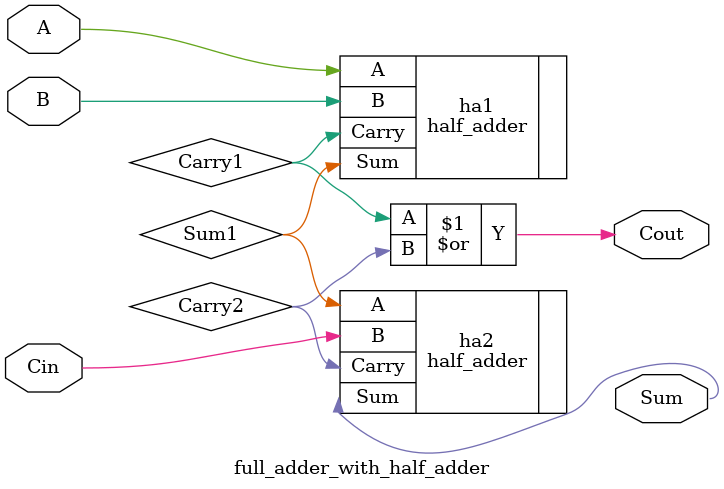
<source format=v>
module full_adder_with_half_adder(
	input wire A, B, Cin,   
	output wire Sum, Cout  
);

	wire Sum1, Carry1, Carry2;

	half_adder ha1 (
		.A(A),
		.B(B),
		.Sum(Sum1),
		.Carry(Carry1)
	);

	half_adder ha2 (
		.A(Sum1),
		.B(Cin),
		.Sum(Sum),
		.Carry(Carry2)
	);

	assign Cout = Carry1 | Carry2;

endmodule 

</source>
